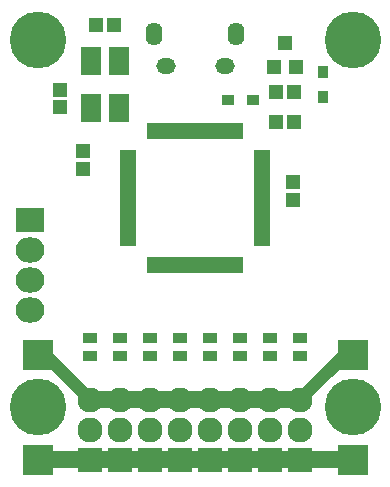
<source format=gbr>
G04 #@! TF.GenerationSoftware,KiCad,Pcbnew,5.0.0*
G04 #@! TF.CreationDate,2018-11-12T22:36:05-05:00*
G04 #@! TF.ProjectId,dot-driver,646F742D6472697665722E6B69636164,rev?*
G04 #@! TF.SameCoordinates,Original*
G04 #@! TF.FileFunction,Soldermask,Bot*
G04 #@! TF.FilePolarity,Negative*
%FSLAX46Y46*%
G04 Gerber Fmt 4.6, Leading zero omitted, Abs format (unit mm)*
G04 Created by KiCad (PCBNEW 5.0.0) date Mon Nov 12 22:36:05 2018*
%MOMM*%
%LPD*%
G01*
G04 APERTURE LIST*
%ADD10C,0.150000*%
%ADD11R,2.127200X2.127200*%
%ADD12O,2.127200X2.127200*%
%ADD13R,2.432000X2.127200*%
%ADD14O,2.432000X2.127200*%
%ADD15R,0.650000X1.400000*%
%ADD16R,1.400000X0.650000*%
%ADD17R,1.200000X1.150000*%
%ADD18R,1.150000X1.200000*%
%ADD19R,0.850000X0.990000*%
%ADD20R,0.990000X0.850000*%
%ADD21R,2.635200X2.635200*%
%ADD22O,1.650000X1.350000*%
%ADD23O,1.400000X1.950000*%
%ADD24R,1.300000X0.900000*%
%ADD25R,1.200100X1.200100*%
%ADD26R,1.700000X2.400000*%
%ADD27C,4.800000*%
G04 APERTURE END LIST*
D10*
G36*
X128270000Y-106045000D02*
X132080000Y-109855000D01*
X149860000Y-109855000D01*
X153670000Y-106045000D01*
X154305000Y-106680000D01*
X149860000Y-111125000D01*
X132080000Y-111125000D01*
X127635000Y-106680000D01*
X128270000Y-106045000D01*
G37*
X128270000Y-106045000D02*
X132080000Y-109855000D01*
X149860000Y-109855000D01*
X153670000Y-106045000D01*
X154305000Y-106680000D01*
X149860000Y-111125000D01*
X132080000Y-111125000D01*
X127635000Y-106680000D01*
X128270000Y-106045000D01*
G36*
X127635000Y-116205000D02*
X127635000Y-114935000D01*
X154305000Y-114935000D01*
X154305000Y-116205000D01*
X127635000Y-116205000D01*
G37*
X127635000Y-116205000D02*
X127635000Y-114935000D01*
X154305000Y-114935000D01*
X154305000Y-116205000D01*
X127635000Y-116205000D01*
D11*
G04 #@! TO.C,J13*
X149860000Y-115570000D03*
D12*
X149860000Y-113030000D03*
X149860000Y-110490000D03*
G04 #@! TD*
G04 #@! TO.C,J12*
X147320000Y-110490000D03*
X147320000Y-113030000D03*
D11*
X147320000Y-115570000D03*
G04 #@! TD*
D12*
G04 #@! TO.C,J11*
X144780000Y-110490000D03*
X144780000Y-113030000D03*
D11*
X144780000Y-115570000D03*
G04 #@! TD*
G04 #@! TO.C,J10*
X142240000Y-115570000D03*
D12*
X142240000Y-113030000D03*
X142240000Y-110490000D03*
G04 #@! TD*
G04 #@! TO.C,J9*
X139700000Y-110490000D03*
X139700000Y-113030000D03*
D11*
X139700000Y-115570000D03*
G04 #@! TD*
G04 #@! TO.C,J8*
X137160000Y-115570000D03*
D12*
X137160000Y-113030000D03*
X137160000Y-110490000D03*
G04 #@! TD*
G04 #@! TO.C,J7*
X134620000Y-110490000D03*
X134620000Y-113030000D03*
D11*
X134620000Y-115570000D03*
G04 #@! TD*
G04 #@! TO.C,J6*
X132080000Y-115570000D03*
D12*
X132080000Y-113030000D03*
X132080000Y-110490000D03*
G04 #@! TD*
D13*
G04 #@! TO.C,J15*
X127000000Y-95250000D03*
D14*
X127000000Y-97790000D03*
X127000000Y-100330000D03*
X127000000Y-102870000D03*
G04 #@! TD*
D15*
G04 #@! TO.C,U2*
X137220000Y-87715000D03*
X137720000Y-87715000D03*
X138220000Y-87715000D03*
X138720000Y-87715000D03*
X139220000Y-87715000D03*
X139720000Y-87715000D03*
X140220000Y-87715000D03*
X140720000Y-87715000D03*
X141220000Y-87715000D03*
X141720000Y-87715000D03*
X142220000Y-87715000D03*
X142720000Y-87715000D03*
X143220000Y-87715000D03*
X143720000Y-87715000D03*
X144220000Y-87715000D03*
X144720000Y-87715000D03*
D16*
X146670000Y-89665000D03*
X146670000Y-90165000D03*
X146670000Y-90665000D03*
X146670000Y-91165000D03*
X146670000Y-91665000D03*
X146670000Y-92165000D03*
X146670000Y-92665000D03*
X146670000Y-93165000D03*
X146670000Y-93665000D03*
X146670000Y-94165000D03*
X146670000Y-94665000D03*
X146670000Y-95165000D03*
X146670000Y-95665000D03*
X146670000Y-96165000D03*
X146670000Y-96665000D03*
X146670000Y-97165000D03*
D15*
X144720000Y-99115000D03*
X144220000Y-99115000D03*
X143720000Y-99115000D03*
X143220000Y-99115000D03*
X142720000Y-99115000D03*
X142220000Y-99115000D03*
X141720000Y-99115000D03*
X141220000Y-99115000D03*
X140720000Y-99115000D03*
X140220000Y-99115000D03*
X139720000Y-99115000D03*
X139220000Y-99115000D03*
X138720000Y-99115000D03*
X138220000Y-99115000D03*
X137720000Y-99115000D03*
X137220000Y-99115000D03*
D16*
X135270000Y-97165000D03*
X135270000Y-96665000D03*
X135270000Y-96165000D03*
X135270000Y-95665000D03*
X135270000Y-95165000D03*
X135270000Y-94665000D03*
X135270000Y-94165000D03*
X135270000Y-93665000D03*
X135270000Y-93165000D03*
X135270000Y-92665000D03*
X135270000Y-92165000D03*
X135270000Y-91665000D03*
X135270000Y-91165000D03*
X135270000Y-90665000D03*
X135270000Y-90165000D03*
X135270000Y-89665000D03*
G04 #@! TD*
D17*
G04 #@! TO.C,C1*
X149340000Y-86995000D03*
X147840000Y-86995000D03*
G04 #@! TD*
G04 #@! TO.C,C2*
X147840000Y-84455000D03*
X149340000Y-84455000D03*
G04 #@! TD*
D18*
G04 #@! TO.C,C3*
X129540000Y-85725000D03*
X129540000Y-84225000D03*
G04 #@! TD*
D17*
G04 #@! TO.C,C4*
X132600000Y-78740000D03*
X134100000Y-78740000D03*
G04 #@! TD*
D19*
G04 #@! TO.C,D1*
X151765000Y-82765000D03*
X151765000Y-84875000D03*
G04 #@! TD*
D20*
G04 #@! TO.C,D2*
X143725000Y-85090000D03*
X145835000Y-85090000D03*
G04 #@! TD*
D21*
G04 #@! TO.C,J1*
X127635000Y-106680000D03*
G04 #@! TD*
G04 #@! TO.C,J2*
X154305000Y-106680000D03*
G04 #@! TD*
G04 #@! TO.C,J3*
X127635000Y-115570000D03*
G04 #@! TD*
G04 #@! TO.C,J4*
X154305000Y-115570000D03*
G04 #@! TD*
D22*
G04 #@! TO.C,J5*
X143470900Y-82207540D03*
X138470900Y-82207540D03*
D23*
X144470900Y-79507540D03*
X137470900Y-79507540D03*
G04 #@! TD*
D24*
G04 #@! TO.C,R1*
X132080000Y-106795000D03*
X132080000Y-105295000D03*
G04 #@! TD*
G04 #@! TO.C,R3*
X134620000Y-105295000D03*
X134620000Y-106795000D03*
G04 #@! TD*
G04 #@! TO.C,R6*
X137160000Y-106795000D03*
X137160000Y-105295000D03*
G04 #@! TD*
G04 #@! TO.C,R9*
X139700000Y-105295000D03*
X139700000Y-106795000D03*
G04 #@! TD*
G04 #@! TO.C,R11*
X142240000Y-106795000D03*
X142240000Y-105295000D03*
G04 #@! TD*
G04 #@! TO.C,R13*
X144780000Y-105295000D03*
X144780000Y-106795000D03*
G04 #@! TD*
G04 #@! TO.C,R15*
X147320000Y-106795000D03*
X147320000Y-105295000D03*
G04 #@! TD*
G04 #@! TO.C,R17*
X149860000Y-106795000D03*
X149860000Y-105295000D03*
G04 #@! TD*
D25*
G04 #@! TO.C,U1*
X149540000Y-82280760D03*
X147640000Y-82280760D03*
X148590000Y-80281780D03*
G04 #@! TD*
D26*
G04 #@! TO.C,Y1*
X132150000Y-85820000D03*
X132150000Y-81820000D03*
X134550000Y-81820000D03*
X134550000Y-85820000D03*
G04 #@! TD*
D27*
G04 #@! TO.C,REF\002A\002A*
X127635000Y-80010000D03*
G04 #@! TD*
G04 #@! TO.C,REF\002A\002A*
X154305000Y-80010000D03*
G04 #@! TD*
G04 #@! TO.C,REF\002A\002A*
X127635000Y-111125000D03*
G04 #@! TD*
G04 #@! TO.C,REF\002A\002A*
X154305000Y-111125000D03*
G04 #@! TD*
D18*
G04 #@! TO.C,C5*
X131445000Y-89420000D03*
X131445000Y-90920000D03*
G04 #@! TD*
G04 #@! TO.C,C6*
X149225000Y-93575000D03*
X149225000Y-92075000D03*
G04 #@! TD*
M02*

</source>
